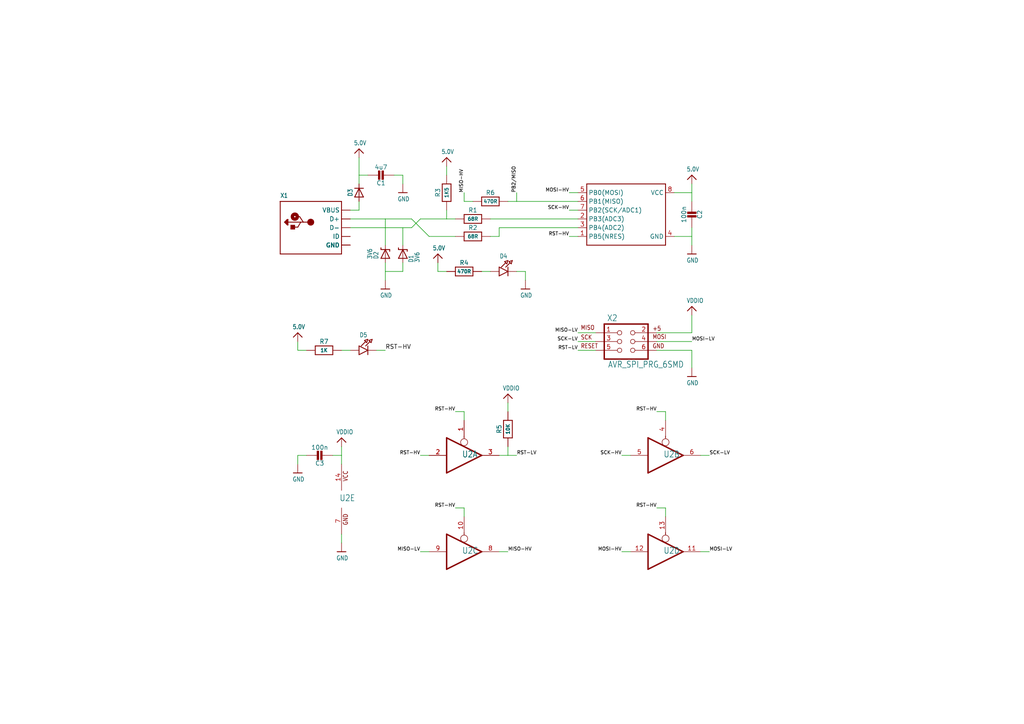
<source format=kicad_sch>
(kicad_sch (version 20230121) (generator eeschema)
  (paper "A4")
  (lib_symbols
    (symbol "working-eagle-import:5.0V" (power)
      (property "Value" "5.0V" (at -1.524 1.016 0))
      (symbol "5.0V_1_0"
        (polyline (pts (xy -1.27 -1.27) (xy 0 0)) (stroke (width 0.254)))
        (polyline (pts (xy 0 0) (xy 1.27 -1.27)) (stroke (width 0.254)))
        (pin power_in line (at 0 -2.54 90) (length 2.54) (name "5.0V") (number "1"))
      )
    )
    (symbol "working-eagle-import:74125-SOIC14"
      (property "Reference" "IC" (at -0.635 -0.635 0))
      (symbol "74125-SOIC14_1_0"
        (polyline (pts (xy -5.08 -5.08) (xy -5.08 5.08)) (stroke (width 0.4064)))
        (polyline (pts (xy 0 4.826) (xy 0 5.588)) (stroke (width 0.1524)))
        (polyline (pts (xy 5.08 0) (xy -5.08 -5.08)) (stroke (width 0.4064)))
        (polyline (pts (xy 5.08 0) (xy -5.08 5.08)) (stroke (width 0.4064)))
        (circle (center 0 3.81) (radius 1.016) (stroke (width 0.1524)))
        (pin input line (at 0 10.16 270) (length 5.08) (name "OE") (number "1"))
        (pin input line (at -10.16 0 0) (length 5.08) (name "I") (number "2"))
        (pin tri_state line (at 10.16 0 180) (length 5.08) (name "O") (number "3"))
      )
      (symbol "74125-SOIC14_2_0"
        (polyline (pts (xy -5.08 -5.08) (xy -5.08 5.08)) (stroke (width 0.4064)))
        (polyline (pts (xy 0 4.826) (xy 0 5.588)) (stroke (width 0.1524)))
        (polyline (pts (xy 5.08 0) (xy -5.08 -5.08)) (stroke (width 0.4064)))
        (polyline (pts (xy 5.08 0) (xy -5.08 5.08)) (stroke (width 0.4064)))
        (circle (center 0 3.81) (radius 1.016) (stroke (width 0.1524)))
        (pin input line (at 0 10.16 270) (length 5.08) (name "OE") (number "4"))
        (pin input line (at -10.16 0 0) (length 5.08) (name "I") (number "5"))
        (pin tri_state line (at 10.16 0 180) (length 5.08) (name "O") (number "6"))
      )
      (symbol "74125-SOIC14_3_0"
        (polyline (pts (xy -5.08 -5.08) (xy -5.08 5.08)) (stroke (width 0.4064)))
        (polyline (pts (xy 0 4.826) (xy 0 5.588)) (stroke (width 0.1524)))
        (polyline (pts (xy 5.08 0) (xy -5.08 -5.08)) (stroke (width 0.4064)))
        (polyline (pts (xy 5.08 0) (xy -5.08 5.08)) (stroke (width 0.4064)))
        (circle (center 0 3.81) (radius 1.016) (stroke (width 0.1524)))
        (pin input line (at 0 10.16 270) (length 5.08) (name "OE") (number "10"))
        (pin tri_state line (at 10.16 0 180) (length 5.08) (name "O") (number "8"))
        (pin input line (at -10.16 0 0) (length 5.08) (name "I") (number "9"))
      )
      (symbol "74125-SOIC14_4_0"
        (polyline (pts (xy -5.08 -5.08) (xy -5.08 5.08)) (stroke (width 0.4064)))
        (polyline (pts (xy 0 4.826) (xy 0 5.588)) (stroke (width 0.1524)))
        (polyline (pts (xy 5.08 0) (xy -5.08 -5.08)) (stroke (width 0.4064)))
        (polyline (pts (xy 5.08 0) (xy -5.08 5.08)) (stroke (width 0.4064)))
        (circle (center 0 3.81) (radius 1.016) (stroke (width 0.1524)))
        (pin tri_state line (at 10.16 0 180) (length 5.08) (name "O") (number "11"))
        (pin input line (at -10.16 0 0) (length 5.08) (name "I") (number "12"))
        (pin input line (at 0 10.16 270) (length 5.08) (name "OE") (number "13"))
      )
      (symbol "74125-SOIC14_5_0"
        (text "GND" (at 1.905 -7.62 900) (effects (font (size 1.27 1.0795)) (justify left bottom)))
        (text "VCC" (at 1.905 5.08 900) (effects (font (size 1.27 1.0795)) (justify left bottom)))
        (pin power_in line (at 0 10.16 270) (length 7.62) (name "VCC") (number "14"))
        (pin power_in line (at 0 -10.16 90) (length 7.62) (name "GND") (number "7"))
      )
    )
    (symbol "working-eagle-import:ATTINY45"
      (symbol "ATTINY45_1_0"
        (polyline (pts (xy -12.7 -7.62) (xy -12.7 10.16)) (stroke (width 0.254)))
        (polyline (pts (xy -12.7 10.16) (xy 10.16 10.16)) (stroke (width 0.254)))
        (polyline (pts (xy 10.16 -7.62) (xy -12.7 -7.62)) (stroke (width 0.254)))
        (polyline (pts (xy 10.16 10.16) (xy 10.16 -7.62)) (stroke (width 0.254)))
        (pin bidirectional line (at 12.7 -5.08 180) (length 2.54) (name "PB5(NRES)") (number "1"))
        (pin bidirectional line (at 12.7 0 180) (length 2.54) (name "PB3(ADC3)") (number "2"))
        (pin bidirectional line (at 12.7 -2.54 180) (length 2.54) (name "PB4(ADC2)") (number "3"))
        (pin bidirectional line (at -15.24 -5.08 0) (length 2.54) (name "GND") (number "4"))
        (pin bidirectional line (at 12.7 7.62 180) (length 2.54) (name "PB0(MOSI)") (number "5"))
        (pin bidirectional line (at 12.7 5.08 180) (length 2.54) (name "PB1(MISO)") (number "6"))
        (pin bidirectional line (at 12.7 2.54 180) (length 2.54) (name "PB2(SCK/ADC1)") (number "7"))
        (pin bidirectional line (at -15.24 7.62 0) (length 2.54) (name "VCC") (number "8"))
      )
    )
    (symbol "working-eagle-import:AVR_SPI_PRG_6SMD"
      (property "Reference" "J" (at -4.318 5.842 0))
      (symbol "AVR_SPI_PRG_6SMD_1_0"
        (polyline (pts (xy -5.08 -5.08) (xy 7.62 -5.08)) (stroke (width 0.4064)))
        (polyline (pts (xy -5.08 5.08) (xy -5.08 -5.08)) (stroke (width 0.4064)))
        (polyline (pts (xy 7.62 -5.08) (xy 7.62 5.08)) (stroke (width 0.4064)))
        (polyline (pts (xy 7.62 5.08) (xy -5.08 5.08)) (stroke (width 0.4064)))
        (text "+5" (at 8.89 3.048 0) (effects (font (size 1.27 1.0795)) (justify left bottom)))
        (text "GND" (at 8.89 -2.032 0) (effects (font (size 1.27 1.0795)) (justify left bottom)))
        (text "MISO" (at -11.938 3.302 0) (effects (font (size 1.27 1.0795)) (justify left bottom)))
        (text "MOSI" (at 8.89 0.635 0) (effects (font (size 1.27 1.0795)) (justify left bottom)))
        (text "RESET" (at -11.938 -2.032 0) (effects (font (size 1.27 1.0795)) (justify left bottom)))
        (text "SCK" (at -11.938 0.508 0) (effects (font (size 1.27 1.0795)) (justify left bottom)))
        (pin passive inverted (at -7.62 2.54 0) (length 7.62) (name "1") (number "1"))
        (pin passive inverted (at 10.16 2.54 180) (length 7.62) (name "2") (number "2"))
        (pin passive inverted (at -7.62 0 0) (length 7.62) (name "3") (number "3"))
        (pin passive inverted (at 10.16 0 180) (length 7.62) (name "4") (number "4"))
        (pin passive inverted (at -7.62 -2.54 0) (length 7.62) (name "5") (number "5"))
        (pin passive inverted (at 10.16 -2.54 180) (length 7.62) (name "6") (number "6"))
      )
    )
    (symbol "working-eagle-import:CAP_CERAMIC0805-NOOUTLINE"
      (property "Reference" "C" (at -2.29 1.25 90))
      (symbol "CAP_CERAMIC0805-NOOUTLINE_1_0"
        (rectangle (start -1.27 0.508) (end 1.27 1.016) (fill (type outline)))
        (rectangle (start -1.27 1.524) (end 1.27 2.032) (fill (type outline)))
        (polyline (pts (xy 0 0.762) (xy 0 0)) (stroke (width 0.1524)))
        (polyline (pts (xy 0 2.54) (xy 0 1.778)) (stroke (width 0.1524)))
        (pin passive line (at 0 5.08 270) (length 2.54) (name "1") (number "1"))
        (pin passive line (at 0 -2.54 90) (length 2.54) (name "2") (number "2"))
      )
    )
    (symbol "working-eagle-import:DIODE-ZENERSOD323"
      (property "Reference" "D" (at -2.54 3.0226 0))
      (symbol "DIODE-ZENERSOD323_1_0"
        (polyline (pts (xy -1.27 -1.27) (xy 1.27 0)) (stroke (width 0.254)))
        (polyline (pts (xy -1.27 1.27) (xy -1.27 -1.27)) (stroke (width 0.254)))
        (polyline (pts (xy 1.27 -1.27) (xy 0.762 -1.27)) (stroke (width 0.254)))
        (polyline (pts (xy 1.27 0) (xy -1.27 1.27)) (stroke (width 0.254)))
        (polyline (pts (xy 1.27 0) (xy 1.27 -1.27)) (stroke (width 0.254)))
        (polyline (pts (xy 1.27 1.27) (xy 1.27 0)) (stroke (width 0.254)))
        (polyline (pts (xy 1.27 1.27) (xy 1.778 1.27)) (stroke (width 0.254)))
        (pin passive line (at -2.54 0 0) (length 2.54) (name "A") (number "A"))
        (pin passive line (at 2.54 0 180) (length 2.54) (name "C") (number "C"))
      )
    )
    (symbol "working-eagle-import:DIODESOD-123"
      (property "Reference" "D" (at 0 2.54 0))
      (symbol "DIODESOD-123_1_0"
        (polyline (pts (xy -1.27 -1.27) (xy 1.27 0)) (stroke (width 0.254)))
        (polyline (pts (xy -1.27 1.27) (xy -1.27 -1.27)) (stroke (width 0.254)))
        (polyline (pts (xy 1.27 0) (xy -1.27 1.27)) (stroke (width 0.254)))
        (polyline (pts (xy 1.27 0) (xy 1.27 -1.27)) (stroke (width 0.254)))
        (polyline (pts (xy 1.27 1.27) (xy 1.27 0)) (stroke (width 0.254)))
        (pin passive line (at -2.54 0 0) (length 2.54) (name "A") (number "A"))
        (pin passive line (at 2.54 0 180) (length 2.54) (name "C") (number "C"))
      )
    )
    (symbol "working-eagle-import:GND" (power)
      (property "Value" "GND" (at -1.524 -2.54 0))
      (symbol "GND_1_0"
        (polyline (pts (xy -1.27 0) (xy 1.27 0)) (stroke (width 0.254)))
        (pin power_in line (at 0 2.54 270) (length 2.54) (name "GND") (number "1"))
      )
    )
    (symbol "working-eagle-import:LED0805_NOOUTLINE"
      (property "Reference" "D" (at -1.27 4.445 0))
      (symbol "LED0805_NOOUTLINE_1_0"
        (polyline (pts (xy -2.54 -1.27) (xy 0 0)) (stroke (width 0.254)))
        (polyline (pts (xy -2.54 1.27) (xy -2.54 -1.27)) (stroke (width 0.254)))
        (polyline (pts (xy -1.905 1.27) (xy -0.635 2.54)) (stroke (width 0.254)))
        (polyline (pts (xy -0.9525 2.8575) (xy -0.3175 2.2225)) (stroke (width 0.254)))
        (polyline (pts (xy -0.635 1.27) (xy 0.635 2.54)) (stroke (width 0.254)))
        (polyline (pts (xy -0.3175 2.2225) (xy 0 3.175)) (stroke (width 0.254)))
        (polyline (pts (xy 0 0) (xy -2.54 1.27)) (stroke (width 0.254)))
        (polyline (pts (xy 0 0) (xy 0 -1.27)) (stroke (width 0.254)))
        (polyline (pts (xy 0 1.27) (xy 0 0)) (stroke (width 0.254)))
        (polyline (pts (xy 0 3.175) (xy -0.9525 2.8575)) (stroke (width 0.254)))
        (polyline (pts (xy 0.3175 2.8575) (xy 0.9525 2.2225)) (stroke (width 0.254)))
        (polyline (pts (xy 0.9525 2.2225) (xy 1.27 3.175)) (stroke (width 0.254)))
        (polyline (pts (xy 1.27 3.175) (xy 0.3175 2.8575)) (stroke (width 0.254)))
        (pin passive line (at -5.08 0 0) (length 2.54) (name "A") (number "A"))
        (pin passive line (at 2.54 0 180) (length 2.54) (name "C") (number "C"))
      )
    )
    (symbol "working-eagle-import:RESISTOR_0603_NOOUT"
      (property "Reference" "R" (at 0 2.54 0))
      (symbol "RESISTOR_0603_NOOUT_1_0"
        (polyline (pts (xy -2.54 -1.27) (xy -2.54 1.27)) (stroke (width 0.254)))
        (polyline (pts (xy -2.54 1.27) (xy 2.54 1.27)) (stroke (width 0.254)))
        (polyline (pts (xy 2.54 -1.27) (xy -2.54 -1.27)) (stroke (width 0.254)))
        (polyline (pts (xy 2.54 1.27) (xy 2.54 -1.27)) (stroke (width 0.254)))
        (pin passive line (at -5.08 0 0) (length 2.54) (name "1") (number "1"))
        (pin passive line (at 5.08 0 180) (length 2.54) (name "2") (number "2"))
      )
    )
    (symbol "working-eagle-import:USBMINIBLARGE"
      (property "Reference" "X" (at -10.16 8.636 0))
      (symbol "USBMINIBLARGE_1_0"
        (rectangle (start -7.12 -0.45) (end -5.92 0.75) (fill (type outline)))
        (circle (center -5.92 3.2) (radius 0.2) (stroke (width 1)))
        (circle (center -1.32 1.6) (radius 0.5) (stroke (width 1)))
        (polyline (pts (xy -10.2 7.62) (xy -10.16 7.62)) (stroke (width 0.254)))
        (polyline (pts (xy -10.16 -7.62) (xy 7.62 -7.62)) (stroke (width 0.254)))
        (polyline (pts (xy -10.16 7.62) (xy -10.16 -7.62)) (stroke (width 0.254)))
        (polyline (pts (xy -10.16 7.62) (xy 7.62 7.62)) (stroke (width 0.254)))
        (polyline (pts (xy -8.92 1.6) (xy -8.12 2.4)) (stroke (width 0.254)))
        (polyline (pts (xy -8.52 1.4) (xy -8.32 1.2)) (stroke (width 0.254)))
        (polyline (pts (xy -8.52 1.6) (xy -8.52 1.4)) (stroke (width 0.254)))
        (polyline (pts (xy -8.32 1.2) (xy -8.32 2)) (stroke (width 0.254)))
        (polyline (pts (xy -8.32 2) (xy -8.72 1.6)) (stroke (width 0.254)))
        (polyline (pts (xy -8.12 0.8) (xy -8.92 1.6)) (stroke (width 0.254)))
        (polyline (pts (xy -8.12 1) (xy -8.12 2.4)) (stroke (width 0.254)))
        (polyline (pts (xy -8.12 2.4) (xy -7.92 2.4)) (stroke (width 0.254)))
        (polyline (pts (xy -7.92 0.8) (xy -8.12 0.8)) (stroke (width 0.254)))
        (polyline (pts (xy -7.92 1.6) (xy -7.92 0.8)) (stroke (width 0.254)))
        (polyline (pts (xy -7.92 2.4) (xy -7.92 1.6)) (stroke (width 0.254)))
        (polyline (pts (xy -6.27 0.15) (xy -5.07 0.15)) (stroke (width 0.254)))
        (polyline (pts (xy -5.52 3.2) (xy -4.52 3.2)) (stroke (width 0.254)))
        (polyline (pts (xy -5.07 0.15) (xy -4.22 1.6)) (stroke (width 0.254)))
        (polyline (pts (xy -4.52 3.2) (xy -3.47 1.6)) (stroke (width 0.254)))
        (polyline (pts (xy -4.22 1.6) (xy -7.92 1.6)) (stroke (width 0.254)))
        (polyline (pts (xy -3.47 1.6) (xy -4.22 1.6)) (stroke (width 0.254)))
        (polyline (pts (xy -1.32 1.6) (xy -3.47 1.6)) (stroke (width 0.254)))
        (polyline (pts (xy 7.62 7.62) (xy 7.62 -7.62)) (stroke (width 0.254)))
        (pin bidirectional line (at 10.16 2.54 180) (length 2.54) (name "D+") (number "D+"))
        (pin bidirectional line (at 10.16 0 180) (length 2.54) (name "D-") (number "D-"))
        (pin power_in line (at 10.16 -5.08 180) (length 2.54) (name "GND") (number "GND"))
        (pin power_in line (at 10.16 -5.08 180) (length 2.54) (name "GND") (number "GND1"))
        (pin power_in line (at 10.16 -5.08 180) (length 2.54) (name "GND") (number "GND2"))
        (pin power_in line (at 10.16 -5.08 180) (length 2.54) (name "GND") (number "GND3"))
        (pin power_in line (at 10.16 -5.08 180) (length 2.54) (name "GND") (number "GND4"))
        (pin bidirectional line (at 10.16 -2.54 180) (length 2.54) (name "ID") (number "ID"))
        (pin power_in line (at 10.16 5.08 180) (length 2.54) (name "VBUS") (number "VBUS"))
      )
    )
    (symbol "working-eagle-import:VDDIO" (power)
      (property "Value" "VDDIO" (at -1.524 1.016 0))
      (symbol "VDDIO_1_0"
        (polyline (pts (xy -1.27 -1.27) (xy 0 0)) (stroke (width 0.254)))
        (polyline (pts (xy 0 0) (xy 1.27 -1.27)) (stroke (width 0.254)))
        (pin power_in line (at 0 -2.54 90) (length 2.54) (name "VDDIO") (number "1"))
      )
    )
  )
  (wire (pts (xy 193.04 121.92) (xy 193.04 119.38)) (stroke (width 0.1524)))
  (wire (pts (xy 172.72 96.52) (xy 167.64 96.52)) (stroke (width 0.1524)))
  (wire (pts (xy 167.64 55.88) (xy 165.1 55.88)) (stroke (width 0.1524)))
  (wire (pts (xy 152.4 78.74) (xy 152.4 81.28)) (stroke (width 0.1524)))
  (wire (pts (xy 200.66 96.52) (xy 200.66 91.44)) (stroke (width 0.1524)))
  (wire (pts (xy 127 78.74) (xy 129.54 78.74)) (stroke (width 0.1524)))
  (wire (pts (xy 193.04 119.38) (xy 190.5 119.38)) (stroke (width 0.1524)))
  (wire (pts (xy 144.78 132.08) (xy 147.32 132.08)) (stroke (width 0.1524)))
  (wire (pts (xy 195.58 68.58) (xy 200.66 68.58)) (stroke (width 0.1524)))
  (wire (pts (xy 182.88 160.02) (xy 180.34 160.02)) (stroke (width 0.1524)))
  (wire (pts (xy 101.6 63.5) (xy 111.76 63.5)) (stroke (width 0.1524)))
  (wire (pts (xy 167.64 68.58) (xy 165.1 68.58)) (stroke (width 0.1524)))
  (wire (pts (xy 137.16 58.42) (xy 134.62 58.42)) (stroke (width 0.1524)))
  (wire (pts (xy 119.38 63.5) (xy 124.46 68.58)) (stroke (width 0.1524)))
  (wire (pts (xy 147.32 58.42) (xy 149.86 58.42)) (stroke (width 0.1524)))
  (wire (pts (xy 139.7 78.74) (xy 142.24 78.74)) (stroke (width 0.1524)))
  (wire (pts (xy 121.92 63.5) (xy 129.54 63.5)) (stroke (width 0.1524)))
  (wire (pts (xy 149.86 58.42) (xy 167.64 58.42)) (stroke (width 0.1524)))
  (wire (pts (xy 86.36 99.06) (xy 86.36 101.6)) (stroke (width 0.1524)))
  (wire (pts (xy 172.72 101.6) (xy 167.64 101.6)) (stroke (width 0.1524)))
  (wire (pts (xy 144.78 68.58) (xy 144.78 66.04)) (stroke (width 0.1524)))
  (wire (pts (xy 200.66 101.6) (xy 200.66 106.68)) (stroke (width 0.1524)))
  (wire (pts (xy 200.66 68.58) (xy 200.66 71.12)) (stroke (width 0.1524)))
  (wire (pts (xy 129.54 63.5) (xy 132.08 63.5)) (stroke (width 0.1524)))
  (wire (pts (xy 129.54 50.8) (xy 129.54 48.26)) (stroke (width 0.1524)))
  (wire (pts (xy 111.76 71.12) (xy 111.76 63.5)) (stroke (width 0.1524)))
  (wire (pts (xy 116.84 78.74) (xy 111.76 78.74)) (stroke (width 0.1524)))
  (wire (pts (xy 182.88 132.08) (xy 180.34 132.08)) (stroke (width 0.1524)))
  (wire (pts (xy 101.6 60.96) (xy 104.14 60.96)) (stroke (width 0.1524)))
  (wire (pts (xy 88.9 132.08) (xy 86.36 132.08)) (stroke (width 0.1524)))
  (wire (pts (xy 167.64 60.96) (xy 165.1 60.96)) (stroke (width 0.1524)))
  (wire (pts (xy 200.66 55.88) (xy 200.66 58.42)) (stroke (width 0.1524)))
  (wire (pts (xy 86.36 101.6) (xy 88.9 101.6)) (stroke (width 0.1524)))
  (wire (pts (xy 144.78 66.04) (xy 167.64 66.04)) (stroke (width 0.1524)))
  (wire (pts (xy 190.5 101.6) (xy 200.66 101.6)) (stroke (width 0.1524)))
  (wire (pts (xy 134.62 121.92) (xy 134.62 119.38)) (stroke (width 0.1524)))
  (wire (pts (xy 134.62 58.42) (xy 134.62 55.88)) (stroke (width 0.1524)))
  (wire (pts (xy 144.78 160.02) (xy 147.32 160.02)) (stroke (width 0.1524)))
  (wire (pts (xy 129.54 60.96) (xy 129.54 63.5)) (stroke (width 0.1524)))
  (wire (pts (xy 109.22 101.6) (xy 111.76 101.6)) (stroke (width 0.1524)))
  (wire (pts (xy 99.06 132.08) (xy 99.06 129.54)) (stroke (width 0.1524)))
  (wire (pts (xy 147.32 132.08) (xy 149.86 132.08)) (stroke (width 0.1524)))
  (wire (pts (xy 149.86 78.74) (xy 152.4 78.74)) (stroke (width 0.1524)))
  (wire (pts (xy 203.2 132.08) (xy 205.74 132.08)) (stroke (width 0.1524)))
  (wire (pts (xy 200.66 55.88) (xy 200.66 53.34)) (stroke (width 0.1524)))
  (wire (pts (xy 104.14 53.34) (xy 104.14 50.8)) (stroke (width 0.1524)))
  (wire (pts (xy 106.68 50.8) (xy 104.14 50.8)) (stroke (width 0.1524)))
  (wire (pts (xy 116.84 71.12) (xy 116.84 66.04)) (stroke (width 0.1524)))
  (wire (pts (xy 147.32 129.54) (xy 147.32 132.08)) (stroke (width 0.1524)))
  (wire (pts (xy 104.14 60.96) (xy 104.14 58.42)) (stroke (width 0.1524)))
  (wire (pts (xy 124.46 160.02) (xy 121.92 160.02)) (stroke (width 0.1524)))
  (wire (pts (xy 111.76 63.5) (xy 119.38 63.5)) (stroke (width 0.1524)))
  (wire (pts (xy 190.5 96.52) (xy 200.66 96.52)) (stroke (width 0.1524)))
  (wire (pts (xy 190.5 99.06) (xy 200.66 99.06)) (stroke (width 0.1524)))
  (wire (pts (xy 142.24 68.58) (xy 144.78 68.58)) (stroke (width 0.1524)))
  (wire (pts (xy 99.06 101.6) (xy 101.6 101.6)) (stroke (width 0.1524)))
  (wire (pts (xy 147.32 116.84) (xy 147.32 119.38)) (stroke (width 0.1524)))
  (wire (pts (xy 104.14 50.8) (xy 104.14 45.72)) (stroke (width 0.1524)))
  (wire (pts (xy 99.06 157.48) (xy 99.06 154.94)) (stroke (width 0.1524)))
  (wire (pts (xy 96.52 132.08) (xy 99.06 132.08)) (stroke (width 0.1524)))
  (wire (pts (xy 172.72 99.06) (xy 167.64 99.06)) (stroke (width 0.1524)))
  (wire (pts (xy 134.62 147.32) (xy 132.08 147.32)) (stroke (width 0.1524)))
  (wire (pts (xy 124.46 68.58) (xy 132.08 68.58)) (stroke (width 0.1524)))
  (wire (pts (xy 124.46 132.08) (xy 121.92 132.08)) (stroke (width 0.1524)))
  (wire (pts (xy 116.84 50.8) (xy 116.84 53.34)) (stroke (width 0.1524)))
  (wire (pts (xy 101.6 66.04) (xy 116.84 66.04)) (stroke (width 0.1524)))
  (wire (pts (xy 149.86 55.88) (xy 149.86 58.42)) (stroke (width 0.1524)))
  (wire (pts (xy 195.58 55.88) (xy 200.66 55.88)) (stroke (width 0.1524)))
  (wire (pts (xy 116.84 76.2) (xy 116.84 78.74)) (stroke (width 0.1524)))
  (wire (pts (xy 203.2 160.02) (xy 205.74 160.02)) (stroke (width 0.1524)))
  (wire (pts (xy 116.84 66.04) (xy 119.38 66.04)) (stroke (width 0.1524)))
  (wire (pts (xy 114.3 50.8) (xy 116.84 50.8)) (stroke (width 0.1524)))
  (wire (pts (xy 111.76 78.74) (xy 111.76 81.28)) (stroke (width 0.1524)))
  (wire (pts (xy 127 76.2) (xy 127 78.74)) (stroke (width 0.1524)))
  (wire (pts (xy 134.62 119.38) (xy 132.08 119.38)) (stroke (width 0.1524)))
  (wire (pts (xy 142.24 63.5) (xy 167.64 63.5)) (stroke (width 0.1524)))
  (wire (pts (xy 200.66 66.04) (xy 200.66 68.58)) (stroke (width 0.1524)))
  (wire (pts (xy 134.62 149.86) (xy 134.62 147.32)) (stroke (width 0.1524)))
  (wire (pts (xy 99.06 134.62) (xy 99.06 132.08)) (stroke (width 0.1524)))
  (wire (pts (xy 193.04 149.86) (xy 193.04 147.32)) (stroke (width 0.1524)))
  (wire (pts (xy 86.36 132.08) (xy 86.36 134.62)) (stroke (width 0.1524)))
  (wire (pts (xy 119.38 66.04) (xy 121.92 63.5)) (stroke (width 0.1524)))
  (wire (pts (xy 111.76 76.2) (xy 111.76 78.74)) (stroke (width 0.1524)))
  (wire (pts (xy 193.04 147.32) (xy 190.5 147.32)) (stroke (width 0.1524)))
  (label "SCK-HV" (at 180.34 132.08 180) (effects (font (size 0.9957 0.9957))))
  (label "RST-HV" (at 132.08 119.38 180) (effects (font (size 0.9957 0.9957))))
  (label "MISO-HV" (at 147.32 160.02 0) (effects (font (size 0.9957 0.9957))))
  (label "SCK-HV" (at 165.1 60.96 180) (effects (font (size 0.9957 0.9957))))
  (label "RST-HV" (at 132.08 147.32 180) (effects (font (size 0.9957 0.9957))))
  (label "RST-HV" (at 190.5 119.38 180) (effects (font (size 0.9957 0.9957))))
  (label "PB2/MISO" (at 149.86 55.88 90) (effects (font (size 0.9957 0.9957))))
  (label "MISO-LV" (at 167.64 96.52 180) (effects (font (size 0.9957 0.9957))))
  (label "MOSI-HV" (at 165.1 55.88 180) (effects (font (size 0.9957 0.9957))))
  (label "RST-LV" (at 149.86 132.08 0) (effects (font (size 0.9957 0.9957))))
  (label "MOSI-HV" (at 180.34 160.02 180) (effects (font (size 0.9957 0.9957))))
  (label "MOSI-LV" (at 205.74 160.02 0) (effects (font (size 0.9957 0.9957))))
  (label "RST-HV" (at 111.76 101.6 0) (effects (font (size 1.2446 1.2446))))
  (label "RST-HV" (at 165.1 68.58 180) (effects (font (size 0.9957 0.9957))))
  (label "RST-HV" (at 121.92 132.08 180) (effects (font (size 0.9957 0.9957))))
  (label "SCK-LV" (at 167.64 99.06 180) (effects (font (size 0.9957 0.9957))))
  (label "MISO-HV" (at 134.62 55.88 90) (effects (font (size 0.9957 0.9957))))
  (label "MOSI-LV" (at 200.66 99.06 0) (effects (font (size 0.9957 0.9957))))
  (label "SCK-LV" (at 205.74 132.08 0) (effects (font (size 0.9957 0.9957))))
  (label "RST-HV" (at 190.5 147.32 180) (effects (font (size 0.9957 0.9957))))
  (label "MISO-LV" (at 121.92 160.02 180) (effects (font (size 0.9957 0.9957))))
  (label "RST-LV" (at 167.64 101.6 180) (effects (font (size 0.9957 0.9957))))
  (symbol (lib_id "working-eagle-import:5.0V") (at 86.36 96.52 0) (unit 1)
    (property "Reference" "#U$15" (effects hide))
    (property "Value" "5.0V" (at 84.836 95.504 0) (effects (font (size 1.27 1.0795)) (justify left bottom)))
  )
  (symbol (lib_id "working-eagle-import:74125-SOIC14") (at 193.04 132.08 0) (unit 2)
    (property "Reference" "U2" (at 192.405 132.715 0) (effects (font (size 1.778 1.5113)) (justify left bottom)))
    (property "Value" "74125-SOIC14" (effects hide))
    (property "Footprint" "working:SOIC14" (effects hide))
  )
  (symbol (lib_id "working-eagle-import:ATTINY45") (at 180.34 63.5 0) (mirror y) (unit 1)
    (property "Reference" "U1" (effects hide))
    (property "Value" "ATTINY45" (effects hide))
    (property "Footprint" "working:SO08-EIAJ" (effects hide))
  )
  (symbol (lib_id "working-eagle-import:RESISTOR_0603_NOOUT") (at 93.98 101.6 0) (unit 1)
    (property "Reference" "R7" (at 93.98 99.06 0))
    (property "Value" "1K" (at 93.98 101.6 0) (effects (font (size 1.016 1.016) bold)))
    (property "Footprint" "working:0603-NO" (effects hide))
  )
  (symbol (lib_id "working-eagle-import:GND") (at 200.66 73.66 0) (unit 1)
    (property "Reference" "#U$7" (effects hide))
    (property "Value" "GND" (at 199.136 76.2 0) (effects (font (size 1.27 1.0795)) (justify left bottom)))
  )
  (symbol (lib_id "working-eagle-import:5.0V") (at 129.54 45.72 0) (unit 1)
    (property "Reference" "#U$3" (effects hide))
    (property "Value" "5.0V" (at 128.016 44.704 0) (effects (font (size 1.27 1.0795)) (justify left bottom)))
  )
  (symbol (lib_id "working-eagle-import:LED0805_NOOUTLINE") (at 147.32 78.74 0) (unit 1)
    (property "Reference" "D4" (at 146.05 74.295 0) (effects (font (size 1.27 1.0795))))
    (property "Value" "LED0805_NOOUTLINE" (effects hide))
    (property "Footprint" "working:CHIPLED_0805_NOOUTLINE" (effects hide))
  )
  (symbol (lib_id "working-eagle-import:USBMINIBLARGE") (at 91.44 66.04 0) (unit 1)
    (property "Reference" "X1" (at 81.28 57.404 0) (effects (font (size 1.27 1.0795)) (justify left bottom)))
    (property "Value" "USBMINIBLARGE" (effects hide))
    (property "Footprint" "working:USB-MINIB_LARGER" (effects hide))
  )
  (symbol (lib_id "working-eagle-import:5.0V") (at 104.14 43.18 0) (unit 1)
    (property "Reference" "#U$1" (effects hide))
    (property "Value" "5.0V" (at 102.616 42.164 0) (effects (font (size 1.27 1.0795)) (justify left bottom)))
  )
  (symbol (lib_id "working-eagle-import:RESISTOR_0603_NOOUT") (at 147.32 124.46 90) (unit 1)
    (property "Reference" "R5" (at 144.78 124.46 0))
    (property "Value" "10K" (at 147.32 124.46 0) (effects (font (size 1.016 1.016) bold)))
    (property "Footprint" "working:0603-NO" (effects hide))
  )
  (symbol (lib_id "working-eagle-import:74125-SOIC14") (at 134.62 132.08 0) (unit 1)
    (property "Reference" "U2" (at 133.985 132.715 0) (effects (font (size 1.778 1.5113)) (justify left bottom)))
    (property "Value" "74125-SOIC14" (effects hide))
    (property "Footprint" "working:SOIC14" (effects hide))
  )
  (symbol (lib_id "working-eagle-import:GND") (at 86.36 137.16 0) (unit 1)
    (property "Reference" "#U$13" (effects hide))
    (property "Value" "GND" (at 84.836 139.7 0) (effects (font (size 1.27 1.0795)) (justify left bottom)))
  )
  (symbol (lib_id "working-eagle-import:RESISTOR_0603_NOOUT") (at 137.16 63.5 0) (unit 1)
    (property "Reference" "R1" (at 137.16 60.96 0))
    (property "Value" "68R" (at 137.16 63.5 0) (effects (font (size 1.016 1.016) bold)))
    (property "Footprint" "working:0603-NO" (effects hide))
  )
  (symbol (lib_id "working-eagle-import:RESISTOR_0603_NOOUT") (at 137.16 68.58 0) (unit 1)
    (property "Reference" "R2" (at 137.16 66.04 0))
    (property "Value" "68R" (at 137.16 68.58 0) (effects (font (size 1.016 1.016) bold)))
    (property "Footprint" "working:0603-NO" (effects hide))
  )
  (symbol (lib_id "working-eagle-import:GND") (at 116.84 55.88 0) (unit 1)
    (property "Reference" "#U$5" (effects hide))
    (property "Value" "GND" (at 115.316 58.42 0) (effects (font (size 1.27 1.0795)) (justify left bottom)))
  )
  (symbol (lib_id "working-eagle-import:CAP_CERAMIC0805-NOOUTLINE") (at 111.76 50.8 90) (unit 1)
    (property "Reference" "C1" (at 110.51 53.09 90))
    (property "Value" "4u7" (at 110.51 48.5 90))
    (property "Footprint" "working:0805-NO" (effects hide))
  )
  (symbol (lib_id "working-eagle-import:5.0V") (at 127 73.66 0) (unit 1)
    (property "Reference" "#U$4" (effects hide))
    (property "Value" "5.0V" (at 125.476 72.644 0) (effects (font (size 1.27 1.0795)) (justify left bottom)))
  )
  (symbol (lib_id "working-eagle-import:RESISTOR_0603_NOOUT") (at 134.62 78.74 0) (unit 1)
    (property "Reference" "R4" (at 134.62 76.2 0))
    (property "Value" "470R" (at 134.62 78.74 0) (effects (font (size 1.016 1.016) bold)))
    (property "Footprint" "working:0603-NO" (effects hide))
  )
  (symbol (lib_id "working-eagle-import:DIODE-ZENERSOD323") (at 116.84 73.66 90) (unit 1)
    (property "Reference" "D1" (at 119.9134 76.2 0) (effects (font (size 1.27 1.0795)) (justify left bottom)))
    (property "Value" "3V6" (at 121.6914 76.2 0) (effects (font (size 1.27 1.0795)) (justify left bottom)))
    (property "Footprint" "working:SOD-323" (effects hide))
  )
  (symbol (lib_id "working-eagle-import:CAP_CERAMIC0805-NOOUTLINE") (at 93.98 132.08 90) (unit 1)
    (property "Reference" "C3" (at 92.73 134.37 90))
    (property "Value" "100n" (at 92.73 129.78 90))
    (property "Footprint" "working:0805-NO" (effects hide))
  )
  (symbol (lib_id "working-eagle-import:GND") (at 111.76 83.82 0) (unit 1)
    (property "Reference" "#U$2" (effects hide))
    (property "Value" "GND" (at 110.236 86.36 0) (effects (font (size 1.27 1.0795)) (justify left bottom)))
  )
  (symbol (lib_id "working-eagle-import:VDDIO") (at 200.66 88.9 0) (unit 1)
    (property "Reference" "#U$9" (effects hide))
    (property "Value" "VDDIO" (at 199.136 87.884 0) (effects (font (size 1.27 1.0795)) (justify left bottom)))
  )
  (symbol (lib_id "working-eagle-import:GND") (at 152.4 83.82 0) (unit 1)
    (property "Reference" "#U$6" (effects hide))
    (property "Value" "GND" (at 150.876 86.36 0) (effects (font (size 1.27 1.0795)) (justify left bottom)))
  )
  (symbol (lib_id "working-eagle-import:5.0V") (at 200.66 50.8 0) (unit 1)
    (property "Reference" "#U$8" (effects hide))
    (property "Value" "5.0V" (at 199.136 49.784 0) (effects (font (size 1.27 1.0795)) (justify left bottom)))
  )
  (symbol (lib_id "working-eagle-import:74125-SOIC14") (at 99.06 144.78 0) (unit 5)
    (property "Reference" "U2" (at 98.425 145.415 0) (effects (font (size 1.778 1.5113)) (justify left bottom)))
    (property "Value" "74125-SOIC14" (effects hide))
    (property "Footprint" "working:SOIC14" (effects hide))
  )
  (symbol (lib_id "working-eagle-import:LED0805_NOOUTLINE") (at 106.68 101.6 0) (unit 1)
    (property "Reference" "D5" (at 105.41 97.155 0) (effects (font (size 1.27 1.0795))))
    (property "Value" "LED0805_NOOUTLINE" (effects hide))
    (property "Footprint" "working:CHIPLED_0805_NOOUTLINE" (effects hide))
  )
  (symbol (lib_id "working-eagle-import:GND") (at 200.66 109.22 0) (unit 1)
    (property "Reference" "#U$10" (effects hide))
    (property "Value" "GND" (at 199.136 111.76 0) (effects (font (size 1.27 1.0795)) (justify left bottom)))
  )
  (symbol (lib_id "working-eagle-import:RESISTOR_0603_NOOUT") (at 129.54 55.88 90) (unit 1)
    (property "Reference" "R3" (at 127 55.88 0))
    (property "Value" "1K5" (at 129.54 55.88 0) (effects (font (size 1.016 1.016) bold)))
    (property "Footprint" "working:0603-NO" (effects hide))
  )
  (symbol (lib_id "working-eagle-import:DIODE-ZENERSOD323") (at 111.76 73.66 90) (unit 1)
    (property "Reference" "D2" (at 109.7534 75.184 0) (effects (font (size 1.27 1.0795)) (justify left bottom)))
    (property "Value" "3V6" (at 107.9754 75.184 0) (effects (font (size 1.27 1.0795)) (justify left bottom)))
    (property "Footprint" "working:SOD-323" (effects hide))
  )
  (symbol (lib_id "working-eagle-import:RESISTOR_0603_NOOUT") (at 142.24 58.42 0) (unit 1)
    (property "Reference" "R6" (at 142.24 55.88 0))
    (property "Value" "470R" (at 142.24 58.42 0) (effects (font (size 1.016 1.016) bold)))
    (property "Footprint" "working:0603-NO" (effects hide))
  )
  (symbol (lib_id "working-eagle-import:GND") (at 99.06 160.02 0) (unit 1)
    (property "Reference" "#U$11" (effects hide))
    (property "Value" "GND" (at 97.536 162.56 0) (effects (font (size 1.27 1.0795)) (justify left bottom)))
  )
  (symbol (lib_id "working-eagle-import:VDDIO") (at 99.06 127 0) (unit 1)
    (property "Reference" "#U$12" (effects hide))
    (property "Value" "VDDIO" (at 97.536 125.984 0) (effects (font (size 1.27 1.0795)) (justify left bottom)))
  )
  (symbol (lib_id "working-eagle-import:CAP_CERAMIC0805-NOOUTLINE") (at 200.66 60.96 180) (unit 1)
    (property "Reference" "C2" (at 202.95 62.21 90))
    (property "Value" "100n" (at 198.36 62.21 90))
    (property "Footprint" "working:0805-NO" (effects hide))
  )
  (symbol (lib_id "working-eagle-import:DIODESOD-123") (at 104.14 55.88 90) (unit 1)
    (property "Reference" "D3" (at 101.6 55.88 0) (effects (font (size 1.27 1.0795))))
    (property "Value" "DIODESOD-123" (effects hide))
    (property "Footprint" "working:SOD-123" (effects hide))
  )
  (symbol (lib_id "working-eagle-import:AVR_SPI_PRG_6SMD") (at 180.34 99.06 0) (unit 1)
    (property "Reference" "X2" (at 176.022 93.218 0) (effects (font (size 1.778 1.5113)) (justify left bottom)))
    (property "Value" "AVR_SPI_PRG_6SMD" (at 176.276 106.68 0) (effects (font (size 1.778 1.5113)) (justify left bottom)))
    (property "Footprint" "working:2X3_SMD" (effects hide))
  )
  (symbol (lib_id "working-eagle-import:74125-SOIC14") (at 134.62 160.02 0) (unit 3)
    (property "Reference" "U2" (at 133.985 160.655 0) (effects (font (size 1.778 1.5113)) (justify left bottom)))
    (property "Value" "74125-SOIC14" (effects hide))
    (property "Footprint" "working:SOIC14" (effects hide))
  )
  (symbol (lib_id "working-eagle-import:VDDIO") (at 147.32 114.3 0) (unit 1)
    (property "Reference" "#U$14" (effects hide))
    (property "Value" "VDDIO" (at 145.796 113.284 0) (effects (font (size 1.27 1.0795)) (justify left bottom)))
  )
  (symbol (lib_id "working-eagle-import:74125-SOIC14") (at 193.04 160.02 0) (unit 4)
    (property "Reference" "U2" (at 192.405 160.655 0) (effects (font (size 1.778 1.5113)) (justify left bottom)))
    (property "Value" "74125-SOIC14" (effects hide))
    (property "Footprint" "working:SOIC14" (effects hide))
  )
)
</source>
